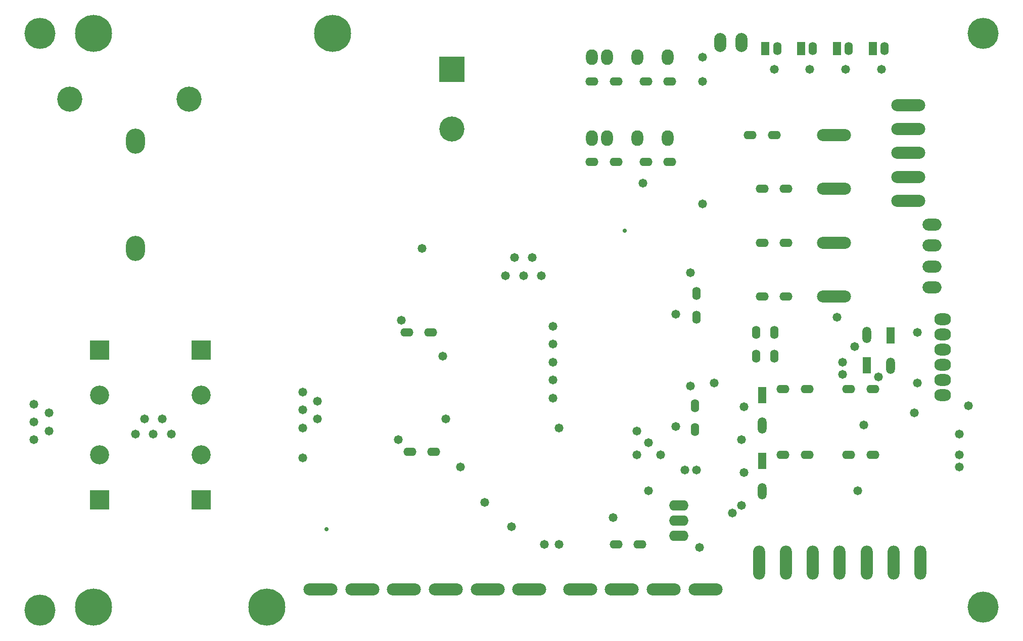
<source format=gbs>
%FSTAX23Y23*%
%MOIN*%
%SFA1B1*%

%IPPOS*%
%ADD116O,0.078866X0.102488*%
%ADD117R,0.058000X0.108000*%
%ADD118O,0.058000X0.108000*%
%ADD119O,0.126110X0.078866*%
%ADD120O,0.078866X0.126110*%
%ADD121C,0.126110*%
%ADD122R,0.126110X0.126110*%
%ADD123C,0.165480*%
%ADD124R,0.165480X0.165480*%
%ADD125O,0.126110X0.165480*%
%ADD126O,0.128000X0.068000*%
%ADD127O,0.086740X0.055244*%
%ADD128O,0.055244X0.086740*%
%ADD129O,0.110362X0.078866*%
%ADD130O,0.078866X0.224535*%
%ADD131O,0.224535X0.078866*%
%ADD132C,0.244220*%
%ADD133C,0.204850*%
%ADD134R,0.055244X0.086740*%
%ADD135C,0.028000*%
%ADD136C,0.058000*%
%LNpcb4-1*%
%LPD*%
G54D116*
X04507Y04074D03*
X04607D03*
X04807D03*
X05007D03*
Y04606D03*
X04807D03*
X04607D03*
X04507D03*
G54D117*
X05629Y01948D03*
X06476Y02775D03*
X06318Y02578D03*
X05629Y02381D03*
G54D118*
X05629Y01748D03*
X06476Y02575D03*
X06318Y02778D03*
X05629Y02181D03*
G54D119*
X06751Y03503D03*
Y03366D03*
Y03228D03*
Y0309D03*
G54D120*
X05354Y04704D03*
X05492D03*
G54D121*
X01929Y01988D03*
Y02381D03*
X01259Y01988D03*
Y02381D03*
G54D122*
X01929Y01692D03*
Y02677D03*
X01259Y01692D03*
Y02677D03*
G54D123*
X03582Y04133D03*
X0185Y0433D03*
X01062D03*
G54D124*
X03582Y04527D03*
G54D125*
X01496Y04055D03*
Y03346D03*
G54D126*
X05078Y01653D03*
Y01553D03*
Y01453D03*
G54D127*
X062Y02421D03*
X06358D03*
X05787Y03385D03*
X05629D03*
X05787Y03031D03*
X05629D03*
X03287Y02795D03*
X03444D03*
X05708Y04094D03*
X05551D03*
X03307Y02007D03*
X03464D03*
X05787Y0374D03*
X05629D03*
X04507Y04448D03*
X04665D03*
X04862D03*
X05019D03*
X04507Y03917D03*
X04665D03*
X04862D03*
X05019D03*
X05767Y01988D03*
X05925D03*
X062D03*
X06358D03*
X05767Y02421D03*
X05925D03*
X04665Y01397D03*
X04822D03*
G54D128*
X05187Y02155D03*
Y02312D03*
X05196Y02893D03*
Y03051D03*
X0559Y02637D03*
Y02795D03*
X05708Y02637D03*
Y02795D03*
X06437Y04665D03*
X05964D03*
X05728D03*
X062D03*
G54D129*
X0682Y02381D03*
Y02481D03*
Y02581D03*
Y02681D03*
Y02781D03*
Y02881D03*
G54D130*
X05964Y01279D03*
X06141D03*
X06318D03*
X06496D03*
X06673D03*
X0561D03*
X05787D03*
G54D131*
X06594Y04291D03*
Y04133D03*
Y03976D03*
Y03818D03*
Y03661D03*
X05255Y01102D03*
X0498D03*
X04704D03*
X04429D03*
X06102Y03031D03*
Y03385D03*
Y0374D03*
Y04094D03*
X04094Y01102D03*
X03267D03*
X03818D03*
X02992D03*
X03543D03*
X02716D03*
G54D132*
X0122Y04763D03*
X02795D03*
X02362Y00984D03*
X0122D03*
G54D133*
X07086Y00984D03*
Y04763D03*
X00866D03*
Y00964D03*
G54D134*
X06358Y04665D03*
X05885D03*
X05649D03*
X06122D03*
G54D135*
X02755Y01496D03*
X04724Y03464D03*
G54D136*
X03248Y02874D03*
X03228Y02086D03*
X06929Y02125D03*
Y01988D03*
Y01909D03*
X06988Y02312D03*
X04881Y02066D03*
X04803Y02145D03*
X0496Y01988D03*
X04803D03*
X04291Y02165D03*
X04881Y01751D03*
X04251Y02834D03*
Y02716D03*
Y02598D03*
Y0248D03*
Y02362D03*
X04114Y03287D03*
X03996D03*
X03937Y03169D03*
X04055D03*
X04173D03*
X02696Y02342D03*
X02598Y02401D03*
Y02283D03*
Y02165D03*
X02696Y02224D03*
X01673D03*
X01614Y02125D03*
X01555Y02224D03*
X01496Y02125D03*
X01732D03*
X00925Y02145D03*
Y02263D03*
X00826Y02086D03*
Y02204D03*
X03799Y01673D03*
X03976Y01515D03*
X03641Y01909D03*
X06259Y01751D03*
X05492Y02086D03*
X02598Y01968D03*
X04645Y01574D03*
X00826Y02322D03*
X03523Y02637D03*
X03543Y02224D03*
X06299Y02185D03*
X06633Y02263D03*
X05157Y03188D03*
X05059Y02175D03*
X05157Y0244D03*
X05059Y02913D03*
X05236Y04606D03*
Y04448D03*
X05118Y01889D03*
X05196D03*
X05492Y01653D03*
X06122Y02893D03*
X06161Y02598D03*
Y02519D03*
X05708Y04527D03*
X05944D03*
X06181D03*
X06417D03*
X05433Y01604D03*
X04291Y01397D03*
X04192D03*
X05216Y01377D03*
X0624Y027D03*
X06653Y02795D03*
X04842Y03779D03*
X05236Y03641D03*
X03385Y03346D03*
X05511Y02303D03*
Y0187D03*
X05314Y0246D03*
X06653D03*
X06397Y025D03*
M02*
</source>
